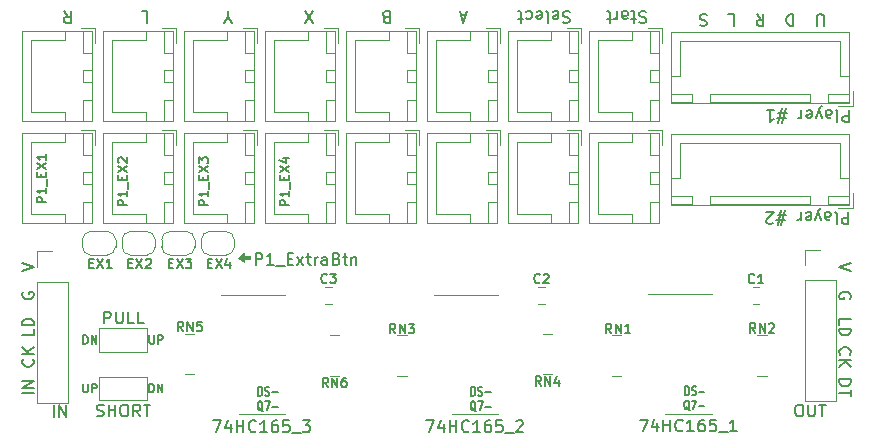
<source format=gbr>
%TF.GenerationSoftware,KiCad,Pcbnew,(6.0.2)*%
%TF.CreationDate,2022-04-10T13:38:05+09:00*%
%TF.ProjectId,joystick-input,6a6f7973-7469-4636-9b2d-696e7075742e,rev?*%
%TF.SameCoordinates,Original*%
%TF.FileFunction,Legend,Top*%
%TF.FilePolarity,Positive*%
%FSLAX46Y46*%
G04 Gerber Fmt 4.6, Leading zero omitted, Abs format (unit mm)*
G04 Created by KiCad (PCBNEW (6.0.2)) date 2022-04-10 13:38:05*
%MOMM*%
%LPD*%
G01*
G04 APERTURE LIST*
%ADD10C,0.150000*%
%ADD11C,0.100000*%
%ADD12C,0.200000*%
%ADD13C,0.120000*%
G04 APERTURE END LIST*
D10*
X116947904Y-76695047D02*
X116147904Y-76695047D01*
X116147904Y-76390285D01*
X116186000Y-76314095D01*
X116224095Y-76276000D01*
X116300285Y-76237904D01*
X116414571Y-76237904D01*
X116490761Y-76276000D01*
X116528857Y-76314095D01*
X116566952Y-76390285D01*
X116566952Y-76695047D01*
X116947904Y-75476000D02*
X116947904Y-75933142D01*
X116947904Y-75704571D02*
X116147904Y-75704571D01*
X116262190Y-75780761D01*
X116338380Y-75856952D01*
X116376476Y-75933142D01*
X117024095Y-75323619D02*
X117024095Y-74714095D01*
X116528857Y-74523619D02*
X116528857Y-74256952D01*
X116947904Y-74142666D02*
X116947904Y-74523619D01*
X116147904Y-74523619D01*
X116147904Y-74142666D01*
X116147904Y-73876000D02*
X116947904Y-73342666D01*
X116147904Y-73342666D02*
X116947904Y-73876000D01*
X116414571Y-72695047D02*
X116947904Y-72695047D01*
X116109809Y-72885523D02*
X116681238Y-73076000D01*
X116681238Y-72580761D01*
X110089904Y-76695047D02*
X109289904Y-76695047D01*
X109289904Y-76390285D01*
X109328000Y-76314095D01*
X109366095Y-76276000D01*
X109442285Y-76237904D01*
X109556571Y-76237904D01*
X109632761Y-76276000D01*
X109670857Y-76314095D01*
X109708952Y-76390285D01*
X109708952Y-76695047D01*
X110089904Y-75476000D02*
X110089904Y-75933142D01*
X110089904Y-75704571D02*
X109289904Y-75704571D01*
X109404190Y-75780761D01*
X109480380Y-75856952D01*
X109518476Y-75933142D01*
X110166095Y-75323619D02*
X110166095Y-74714095D01*
X109670857Y-74523619D02*
X109670857Y-74256952D01*
X110089904Y-74142666D02*
X110089904Y-74523619D01*
X109289904Y-74523619D01*
X109289904Y-74142666D01*
X109289904Y-73876000D02*
X110089904Y-73342666D01*
X109289904Y-73342666D02*
X110089904Y-73876000D01*
X109289904Y-73114095D02*
X109289904Y-72618857D01*
X109594666Y-72885523D01*
X109594666Y-72771238D01*
X109632761Y-72695047D01*
X109670857Y-72656952D01*
X109747047Y-72618857D01*
X109937523Y-72618857D01*
X110013714Y-72656952D01*
X110051809Y-72695047D01*
X110089904Y-72771238D01*
X110089904Y-72999809D01*
X110051809Y-73076000D01*
X110013714Y-73114095D01*
X103231904Y-76695047D02*
X102431904Y-76695047D01*
X102431904Y-76390285D01*
X102470000Y-76314095D01*
X102508095Y-76276000D01*
X102584285Y-76237904D01*
X102698571Y-76237904D01*
X102774761Y-76276000D01*
X102812857Y-76314095D01*
X102850952Y-76390285D01*
X102850952Y-76695047D01*
X103231904Y-75476000D02*
X103231904Y-75933142D01*
X103231904Y-75704571D02*
X102431904Y-75704571D01*
X102546190Y-75780761D01*
X102622380Y-75856952D01*
X102660476Y-75933142D01*
X103308095Y-75323619D02*
X103308095Y-74714095D01*
X102812857Y-74523619D02*
X102812857Y-74256952D01*
X103231904Y-74142666D02*
X103231904Y-74523619D01*
X102431904Y-74523619D01*
X102431904Y-74142666D01*
X102431904Y-73876000D02*
X103231904Y-73342666D01*
X102431904Y-73342666D02*
X103231904Y-73876000D01*
X102508095Y-73076000D02*
X102470000Y-73037904D01*
X102431904Y-72961714D01*
X102431904Y-72771238D01*
X102470000Y-72695047D01*
X102508095Y-72656952D01*
X102584285Y-72618857D01*
X102660476Y-72618857D01*
X102774761Y-72656952D01*
X103231904Y-73114095D01*
X103231904Y-72618857D01*
X96373904Y-76441047D02*
X95573904Y-76441047D01*
X95573904Y-76136285D01*
X95612000Y-76060095D01*
X95650095Y-76022000D01*
X95726285Y-75983904D01*
X95840571Y-75983904D01*
X95916761Y-76022000D01*
X95954857Y-76060095D01*
X95992952Y-76136285D01*
X95992952Y-76441047D01*
X96373904Y-75222000D02*
X96373904Y-75679142D01*
X96373904Y-75450571D02*
X95573904Y-75450571D01*
X95688190Y-75526761D01*
X95764380Y-75602952D01*
X95802476Y-75679142D01*
X96450095Y-75069619D02*
X96450095Y-74460095D01*
X95954857Y-74269619D02*
X95954857Y-74002952D01*
X96373904Y-73888666D02*
X96373904Y-74269619D01*
X95573904Y-74269619D01*
X95573904Y-73888666D01*
X95573904Y-73622000D02*
X96373904Y-73088666D01*
X95573904Y-73088666D02*
X96373904Y-73622000D01*
X96373904Y-72364857D02*
X96373904Y-72822000D01*
X96373904Y-72593428D02*
X95573904Y-72593428D01*
X95688190Y-72669619D01*
X95764380Y-72745809D01*
X95802476Y-72822000D01*
X150467571Y-92763035D02*
X150467571Y-92013035D01*
X150610428Y-92013035D01*
X150696142Y-92048750D01*
X150753285Y-92120178D01*
X150781857Y-92191607D01*
X150810428Y-92334464D01*
X150810428Y-92441607D01*
X150781857Y-92584464D01*
X150753285Y-92655892D01*
X150696142Y-92727321D01*
X150610428Y-92763035D01*
X150467571Y-92763035D01*
X151039000Y-92727321D02*
X151124714Y-92763035D01*
X151267571Y-92763035D01*
X151324714Y-92727321D01*
X151353285Y-92691607D01*
X151381857Y-92620178D01*
X151381857Y-92548750D01*
X151353285Y-92477321D01*
X151324714Y-92441607D01*
X151267571Y-92405892D01*
X151153285Y-92370178D01*
X151096142Y-92334464D01*
X151067571Y-92298750D01*
X151039000Y-92227321D01*
X151039000Y-92155892D01*
X151067571Y-92084464D01*
X151096142Y-92048750D01*
X151153285Y-92013035D01*
X151296142Y-92013035D01*
X151381857Y-92048750D01*
X151639000Y-92477321D02*
X152096142Y-92477321D01*
X150839000Y-94041964D02*
X150781857Y-94006250D01*
X150724714Y-93934821D01*
X150639000Y-93827678D01*
X150581857Y-93791964D01*
X150524714Y-93791964D01*
X150553285Y-93970535D02*
X150496142Y-93934821D01*
X150439000Y-93863392D01*
X150410428Y-93720535D01*
X150410428Y-93470535D01*
X150439000Y-93327678D01*
X150496142Y-93256250D01*
X150553285Y-93220535D01*
X150667571Y-93220535D01*
X150724714Y-93256250D01*
X150781857Y-93327678D01*
X150810428Y-93470535D01*
X150810428Y-93720535D01*
X150781857Y-93863392D01*
X150724714Y-93934821D01*
X150667571Y-93970535D01*
X150553285Y-93970535D01*
X151010428Y-93220535D02*
X151410428Y-93220535D01*
X151153285Y-93970535D01*
X151639000Y-93684821D02*
X152096142Y-93684821D01*
X114336071Y-92826535D02*
X114336071Y-92076535D01*
X114478928Y-92076535D01*
X114564642Y-92112250D01*
X114621785Y-92183678D01*
X114650357Y-92255107D01*
X114678928Y-92397964D01*
X114678928Y-92505107D01*
X114650357Y-92647964D01*
X114621785Y-92719392D01*
X114564642Y-92790821D01*
X114478928Y-92826535D01*
X114336071Y-92826535D01*
X114907500Y-92790821D02*
X114993214Y-92826535D01*
X115136071Y-92826535D01*
X115193214Y-92790821D01*
X115221785Y-92755107D01*
X115250357Y-92683678D01*
X115250357Y-92612250D01*
X115221785Y-92540821D01*
X115193214Y-92505107D01*
X115136071Y-92469392D01*
X115021785Y-92433678D01*
X114964642Y-92397964D01*
X114936071Y-92362250D01*
X114907500Y-92290821D01*
X114907500Y-92219392D01*
X114936071Y-92147964D01*
X114964642Y-92112250D01*
X115021785Y-92076535D01*
X115164642Y-92076535D01*
X115250357Y-92112250D01*
X115507500Y-92540821D02*
X115964642Y-92540821D01*
X114707500Y-94105464D02*
X114650357Y-94069750D01*
X114593214Y-93998321D01*
X114507500Y-93891178D01*
X114450357Y-93855464D01*
X114393214Y-93855464D01*
X114421785Y-94034035D02*
X114364642Y-93998321D01*
X114307500Y-93926892D01*
X114278928Y-93784035D01*
X114278928Y-93534035D01*
X114307500Y-93391178D01*
X114364642Y-93319750D01*
X114421785Y-93284035D01*
X114536071Y-93284035D01*
X114593214Y-93319750D01*
X114650357Y-93391178D01*
X114678928Y-93534035D01*
X114678928Y-93784035D01*
X114650357Y-93926892D01*
X114593214Y-93998321D01*
X114536071Y-94034035D01*
X114421785Y-94034035D01*
X114878928Y-93284035D02*
X115278928Y-93284035D01*
X115021785Y-94034035D01*
X115507500Y-93748321D02*
X115964642Y-93748321D01*
X132370071Y-92826535D02*
X132370071Y-92076535D01*
X132512928Y-92076535D01*
X132598642Y-92112250D01*
X132655785Y-92183678D01*
X132684357Y-92255107D01*
X132712928Y-92397964D01*
X132712928Y-92505107D01*
X132684357Y-92647964D01*
X132655785Y-92719392D01*
X132598642Y-92790821D01*
X132512928Y-92826535D01*
X132370071Y-92826535D01*
X132941500Y-92790821D02*
X133027214Y-92826535D01*
X133170071Y-92826535D01*
X133227214Y-92790821D01*
X133255785Y-92755107D01*
X133284357Y-92683678D01*
X133284357Y-92612250D01*
X133255785Y-92540821D01*
X133227214Y-92505107D01*
X133170071Y-92469392D01*
X133055785Y-92433678D01*
X132998642Y-92397964D01*
X132970071Y-92362250D01*
X132941500Y-92290821D01*
X132941500Y-92219392D01*
X132970071Y-92147964D01*
X132998642Y-92112250D01*
X133055785Y-92076535D01*
X133198642Y-92076535D01*
X133284357Y-92112250D01*
X133541500Y-92540821D02*
X133998642Y-92540821D01*
X132741500Y-94105464D02*
X132684357Y-94069750D01*
X132627214Y-93998321D01*
X132541500Y-93891178D01*
X132484357Y-93855464D01*
X132427214Y-93855464D01*
X132455785Y-94034035D02*
X132398642Y-93998321D01*
X132341500Y-93926892D01*
X132312928Y-93784035D01*
X132312928Y-93534035D01*
X132341500Y-93391178D01*
X132398642Y-93319750D01*
X132455785Y-93284035D01*
X132570071Y-93284035D01*
X132627214Y-93319750D01*
X132684357Y-93391178D01*
X132712928Y-93534035D01*
X132712928Y-93784035D01*
X132684357Y-93926892D01*
X132627214Y-93998321D01*
X132570071Y-94034035D01*
X132455785Y-94034035D01*
X132912928Y-93284035D02*
X133312928Y-93284035D01*
X133055785Y-94034035D01*
X133541500Y-93748321D02*
X133998642Y-93748321D01*
X97012190Y-94622880D02*
X97012190Y-93622880D01*
X97488380Y-94622880D02*
X97488380Y-93622880D01*
X98059809Y-94622880D01*
X98059809Y-93622880D01*
X160036000Y-93559380D02*
X160226476Y-93559380D01*
X160321714Y-93607000D01*
X160416952Y-93702238D01*
X160464571Y-93892714D01*
X160464571Y-94226047D01*
X160416952Y-94416523D01*
X160321714Y-94511761D01*
X160226476Y-94559380D01*
X160036000Y-94559380D01*
X159940761Y-94511761D01*
X159845523Y-94416523D01*
X159797904Y-94226047D01*
X159797904Y-93892714D01*
X159845523Y-93702238D01*
X159940761Y-93607000D01*
X160036000Y-93559380D01*
X160893142Y-93559380D02*
X160893142Y-94368904D01*
X160940761Y-94464142D01*
X160988380Y-94511761D01*
X161083619Y-94559380D01*
X161274095Y-94559380D01*
X161369333Y-94511761D01*
X161416952Y-94464142D01*
X161464571Y-94368904D01*
X161464571Y-93559380D01*
X161797904Y-93559380D02*
X162369333Y-93559380D01*
X162083619Y-94559380D02*
X162083619Y-93559380D01*
X164457000Y-84589904D02*
X164504619Y-84494666D01*
X164504619Y-84351809D01*
X164457000Y-84208952D01*
X164361761Y-84113714D01*
X164266523Y-84066095D01*
X164076047Y-84018476D01*
X163933190Y-84018476D01*
X163742714Y-84066095D01*
X163647476Y-84113714D01*
X163552238Y-84208952D01*
X163504619Y-84351809D01*
X163504619Y-84447047D01*
X163552238Y-84589904D01*
X163599857Y-84637523D01*
X163933190Y-84637523D01*
X163933190Y-84447047D01*
X163504619Y-86804523D02*
X163504619Y-86328333D01*
X164504619Y-86328333D01*
X163504619Y-87137857D02*
X164504619Y-87137857D01*
X164504619Y-87375952D01*
X164457000Y-87518809D01*
X164361761Y-87614047D01*
X164266523Y-87661666D01*
X164076047Y-87709285D01*
X163933190Y-87709285D01*
X163742714Y-87661666D01*
X163647476Y-87614047D01*
X163552238Y-87518809D01*
X163504619Y-87375952D01*
X163504619Y-87137857D01*
X164504619Y-81581666D02*
X163504619Y-81915000D01*
X164504619Y-82248333D01*
X163599857Y-89344523D02*
X163552238Y-89296904D01*
X163504619Y-89154047D01*
X163504619Y-89058809D01*
X163552238Y-88915952D01*
X163647476Y-88820714D01*
X163742714Y-88773095D01*
X163933190Y-88725476D01*
X164076047Y-88725476D01*
X164266523Y-88773095D01*
X164361761Y-88820714D01*
X164457000Y-88915952D01*
X164504619Y-89058809D01*
X164504619Y-89154047D01*
X164457000Y-89296904D01*
X164409380Y-89344523D01*
X163504619Y-89773095D02*
X164504619Y-89773095D01*
X163504619Y-90344523D02*
X164076047Y-89915952D01*
X164504619Y-90344523D02*
X163933190Y-89773095D01*
X163504619Y-91432142D02*
X164504619Y-91432142D01*
X164504619Y-91670238D01*
X164457000Y-91813095D01*
X164361761Y-91908333D01*
X164266523Y-91955952D01*
X164076047Y-92003571D01*
X163933190Y-92003571D01*
X163742714Y-91955952D01*
X163647476Y-91908333D01*
X163552238Y-91813095D01*
X163504619Y-91670238D01*
X163504619Y-91432142D01*
X164504619Y-92289285D02*
X164504619Y-92860714D01*
X163504619Y-92575000D02*
X164504619Y-92575000D01*
X94321380Y-82248333D02*
X95321380Y-81915000D01*
X94321380Y-81581666D01*
X94369000Y-84066095D02*
X94321380Y-84161333D01*
X94321380Y-84304190D01*
X94369000Y-84447047D01*
X94464238Y-84542285D01*
X94559476Y-84589904D01*
X94749952Y-84637523D01*
X94892809Y-84637523D01*
X95083285Y-84589904D01*
X95178523Y-84542285D01*
X95273761Y-84447047D01*
X95321380Y-84304190D01*
X95321380Y-84208952D01*
X95273761Y-84066095D01*
X95226142Y-84018476D01*
X94892809Y-84018476D01*
X94892809Y-84208952D01*
X95321380Y-87185476D02*
X95321380Y-87661666D01*
X94321380Y-87661666D01*
X95321380Y-86852142D02*
X94321380Y-86852142D01*
X94321380Y-86614047D01*
X94369000Y-86471190D01*
X94464238Y-86375952D01*
X94559476Y-86328333D01*
X94749952Y-86280714D01*
X94892809Y-86280714D01*
X95083285Y-86328333D01*
X95178523Y-86375952D01*
X95273761Y-86471190D01*
X95321380Y-86614047D01*
X95321380Y-86852142D01*
X95226142Y-89725476D02*
X95273761Y-89773095D01*
X95321380Y-89915952D01*
X95321380Y-90011190D01*
X95273761Y-90154047D01*
X95178523Y-90249285D01*
X95083285Y-90296904D01*
X94892809Y-90344523D01*
X94749952Y-90344523D01*
X94559476Y-90296904D01*
X94464238Y-90249285D01*
X94369000Y-90154047D01*
X94321380Y-90011190D01*
X94321380Y-89915952D01*
X94369000Y-89773095D01*
X94416619Y-89725476D01*
X95321380Y-89296904D02*
X94321380Y-89296904D01*
X95321380Y-88725476D02*
X94749952Y-89154047D01*
X94321380Y-88725476D02*
X94892809Y-89296904D01*
X95321380Y-92598809D02*
X94321380Y-92598809D01*
X95321380Y-92122619D02*
X94321380Y-92122619D01*
X95321380Y-91551190D01*
X94321380Y-91551190D01*
D11*
X113157000Y-81026000D02*
X113665000Y-81026000D01*
X113665000Y-81026000D02*
X113665000Y-81280000D01*
X113665000Y-81280000D02*
X113157000Y-81280000D01*
X113157000Y-81280000D02*
X113157000Y-81534000D01*
X113157000Y-81534000D02*
X112649000Y-81153000D01*
X112649000Y-81153000D02*
X113157000Y-80772000D01*
X113157000Y-80772000D02*
X113157000Y-81026000D01*
G36*
X113157000Y-81026000D02*
G01*
X113665000Y-81026000D01*
X113665000Y-81280000D01*
X113157000Y-81280000D01*
X113157000Y-81534000D01*
X112649000Y-81153000D01*
X113157000Y-80772000D01*
X113157000Y-81026000D01*
G37*
X113157000Y-81026000D02*
X113665000Y-81026000D01*
X113665000Y-81280000D01*
X113157000Y-81280000D01*
X113157000Y-81534000D01*
X112649000Y-81153000D01*
X113157000Y-80772000D01*
X113157000Y-81026000D01*
D10*
X114102095Y-81732380D02*
X114102095Y-80732380D01*
X114483047Y-80732380D01*
X114578285Y-80780000D01*
X114625904Y-80827619D01*
X114673523Y-80922857D01*
X114673523Y-81065714D01*
X114625904Y-81160952D01*
X114578285Y-81208571D01*
X114483047Y-81256190D01*
X114102095Y-81256190D01*
X115625904Y-81732380D02*
X115054476Y-81732380D01*
X115340190Y-81732380D02*
X115340190Y-80732380D01*
X115244952Y-80875238D01*
X115149714Y-80970476D01*
X115054476Y-81018095D01*
X115816380Y-81827619D02*
X116578285Y-81827619D01*
X116816380Y-81208571D02*
X117149714Y-81208571D01*
X117292571Y-81732380D02*
X116816380Y-81732380D01*
X116816380Y-80732380D01*
X117292571Y-80732380D01*
X117625904Y-81732380D02*
X118149714Y-81065714D01*
X117625904Y-81065714D02*
X118149714Y-81732380D01*
X118387809Y-81065714D02*
X118768761Y-81065714D01*
X118530666Y-80732380D02*
X118530666Y-81589523D01*
X118578285Y-81684761D01*
X118673523Y-81732380D01*
X118768761Y-81732380D01*
X119102095Y-81732380D02*
X119102095Y-81065714D01*
X119102095Y-81256190D02*
X119149714Y-81160952D01*
X119197333Y-81113333D01*
X119292571Y-81065714D01*
X119387809Y-81065714D01*
X120149714Y-81732380D02*
X120149714Y-81208571D01*
X120102095Y-81113333D01*
X120006857Y-81065714D01*
X119816380Y-81065714D01*
X119721142Y-81113333D01*
X120149714Y-81684761D02*
X120054476Y-81732380D01*
X119816380Y-81732380D01*
X119721142Y-81684761D01*
X119673523Y-81589523D01*
X119673523Y-81494285D01*
X119721142Y-81399047D01*
X119816380Y-81351428D01*
X120054476Y-81351428D01*
X120149714Y-81303809D01*
X120959238Y-81208571D02*
X121102095Y-81256190D01*
X121149714Y-81303809D01*
X121197333Y-81399047D01*
X121197333Y-81541904D01*
X121149714Y-81637142D01*
X121102095Y-81684761D01*
X121006857Y-81732380D01*
X120625904Y-81732380D01*
X120625904Y-80732380D01*
X120959238Y-80732380D01*
X121054476Y-80780000D01*
X121102095Y-80827619D01*
X121149714Y-80922857D01*
X121149714Y-81018095D01*
X121102095Y-81113333D01*
X121054476Y-81160952D01*
X120959238Y-81208571D01*
X120625904Y-81208571D01*
X121483047Y-81065714D02*
X121864000Y-81065714D01*
X121625904Y-80732380D02*
X121625904Y-81589523D01*
X121673523Y-81684761D01*
X121768761Y-81732380D01*
X121864000Y-81732380D01*
X122197333Y-81065714D02*
X122197333Y-81732380D01*
X122197333Y-81160952D02*
X122244952Y-81113333D01*
X122340190Y-81065714D01*
X122483047Y-81065714D01*
X122578285Y-81113333D01*
X122625904Y-81208571D01*
X122625904Y-81732380D01*
X110064666Y-81603857D02*
X110331333Y-81603857D01*
X110445619Y-82022904D02*
X110064666Y-82022904D01*
X110064666Y-81222904D01*
X110445619Y-81222904D01*
X110712285Y-81222904D02*
X111245619Y-82022904D01*
X111245619Y-81222904D02*
X110712285Y-82022904D01*
X111893238Y-81489571D02*
X111893238Y-82022904D01*
X111702761Y-81184809D02*
X111512285Y-81756238D01*
X112007523Y-81756238D01*
X106762666Y-81603857D02*
X107029333Y-81603857D01*
X107143619Y-82022904D02*
X106762666Y-82022904D01*
X106762666Y-81222904D01*
X107143619Y-81222904D01*
X107410285Y-81222904D02*
X107943619Y-82022904D01*
X107943619Y-81222904D02*
X107410285Y-82022904D01*
X108172190Y-81222904D02*
X108667428Y-81222904D01*
X108400761Y-81527666D01*
X108515047Y-81527666D01*
X108591238Y-81565761D01*
X108629333Y-81603857D01*
X108667428Y-81680047D01*
X108667428Y-81870523D01*
X108629333Y-81946714D01*
X108591238Y-81984809D01*
X108515047Y-82022904D01*
X108286476Y-82022904D01*
X108210285Y-81984809D01*
X108172190Y-81946714D01*
X103333666Y-81603857D02*
X103600333Y-81603857D01*
X103714619Y-82022904D02*
X103333666Y-82022904D01*
X103333666Y-81222904D01*
X103714619Y-81222904D01*
X103981285Y-81222904D02*
X104514619Y-82022904D01*
X104514619Y-81222904D02*
X103981285Y-82022904D01*
X104781285Y-81299095D02*
X104819380Y-81261000D01*
X104895571Y-81222904D01*
X105086047Y-81222904D01*
X105162238Y-81261000D01*
X105200333Y-81299095D01*
X105238428Y-81375285D01*
X105238428Y-81451476D01*
X105200333Y-81565761D01*
X104743190Y-82022904D01*
X105238428Y-82022904D01*
X100031666Y-81603857D02*
X100298333Y-81603857D01*
X100412619Y-82022904D02*
X100031666Y-82022904D01*
X100031666Y-81222904D01*
X100412619Y-81222904D01*
X100679285Y-81222904D02*
X101212619Y-82022904D01*
X101212619Y-81222904D02*
X100679285Y-82022904D01*
X101936428Y-82022904D02*
X101479285Y-82022904D01*
X101707857Y-82022904D02*
X101707857Y-81222904D01*
X101631666Y-81337190D01*
X101555476Y-81413380D01*
X101479285Y-81451476D01*
X101274761Y-86685380D02*
X101274761Y-85685380D01*
X101655714Y-85685380D01*
X101750952Y-85733000D01*
X101798571Y-85780619D01*
X101846190Y-85875857D01*
X101846190Y-86018714D01*
X101798571Y-86113952D01*
X101750952Y-86161571D01*
X101655714Y-86209190D01*
X101274761Y-86209190D01*
X102274761Y-85685380D02*
X102274761Y-86494904D01*
X102322380Y-86590142D01*
X102370000Y-86637761D01*
X102465238Y-86685380D01*
X102655714Y-86685380D01*
X102750952Y-86637761D01*
X102798571Y-86590142D01*
X102846190Y-86494904D01*
X102846190Y-85685380D01*
X103798571Y-86685380D02*
X103322380Y-86685380D01*
X103322380Y-85685380D01*
X104608095Y-86685380D02*
X104131904Y-86685380D01*
X104131904Y-85685380D01*
X100655714Y-94511761D02*
X100798571Y-94559380D01*
X101036666Y-94559380D01*
X101131904Y-94511761D01*
X101179523Y-94464142D01*
X101227142Y-94368904D01*
X101227142Y-94273666D01*
X101179523Y-94178428D01*
X101131904Y-94130809D01*
X101036666Y-94083190D01*
X100846190Y-94035571D01*
X100750952Y-93987952D01*
X100703333Y-93940333D01*
X100655714Y-93845095D01*
X100655714Y-93749857D01*
X100703333Y-93654619D01*
X100750952Y-93607000D01*
X100846190Y-93559380D01*
X101084285Y-93559380D01*
X101227142Y-93607000D01*
X101655714Y-94559380D02*
X101655714Y-93559380D01*
X101655714Y-94035571D02*
X102227142Y-94035571D01*
X102227142Y-94559380D02*
X102227142Y-93559380D01*
X102893809Y-93559380D02*
X103084285Y-93559380D01*
X103179523Y-93607000D01*
X103274761Y-93702238D01*
X103322380Y-93892714D01*
X103322380Y-94226047D01*
X103274761Y-94416523D01*
X103179523Y-94511761D01*
X103084285Y-94559380D01*
X102893809Y-94559380D01*
X102798571Y-94511761D01*
X102703333Y-94416523D01*
X102655714Y-94226047D01*
X102655714Y-93892714D01*
X102703333Y-93702238D01*
X102798571Y-93607000D01*
X102893809Y-93559380D01*
X104322380Y-94559380D02*
X103989047Y-94083190D01*
X103750952Y-94559380D02*
X103750952Y-93559380D01*
X104131904Y-93559380D01*
X104227142Y-93607000D01*
X104274761Y-93654619D01*
X104322380Y-93749857D01*
X104322380Y-93892714D01*
X104274761Y-93987952D01*
X104227142Y-94035571D01*
X104131904Y-94083190D01*
X103750952Y-94083190D01*
X104608095Y-93559380D02*
X105179523Y-93559380D01*
X104893809Y-94559380D02*
X104893809Y-93559380D01*
D12*
X164287404Y-77271619D02*
X164287404Y-78271619D01*
X163906452Y-78271619D01*
X163811214Y-78224000D01*
X163763595Y-78176380D01*
X163715976Y-78081142D01*
X163715976Y-77938285D01*
X163763595Y-77843047D01*
X163811214Y-77795428D01*
X163906452Y-77747809D01*
X164287404Y-77747809D01*
X163144547Y-77271619D02*
X163239785Y-77319238D01*
X163287404Y-77414476D01*
X163287404Y-78271619D01*
X162335023Y-77271619D02*
X162335023Y-77795428D01*
X162382642Y-77890666D01*
X162477880Y-77938285D01*
X162668357Y-77938285D01*
X162763595Y-77890666D01*
X162335023Y-77319238D02*
X162430261Y-77271619D01*
X162668357Y-77271619D01*
X162763595Y-77319238D01*
X162811214Y-77414476D01*
X162811214Y-77509714D01*
X162763595Y-77604952D01*
X162668357Y-77652571D01*
X162430261Y-77652571D01*
X162335023Y-77700190D01*
X161954071Y-77938285D02*
X161715976Y-77271619D01*
X161477880Y-77938285D02*
X161715976Y-77271619D01*
X161811214Y-77033523D01*
X161858833Y-76985904D01*
X161954071Y-76938285D01*
X160715976Y-77319238D02*
X160811214Y-77271619D01*
X161001690Y-77271619D01*
X161096928Y-77319238D01*
X161144547Y-77414476D01*
X161144547Y-77795428D01*
X161096928Y-77890666D01*
X161001690Y-77938285D01*
X160811214Y-77938285D01*
X160715976Y-77890666D01*
X160668357Y-77795428D01*
X160668357Y-77700190D01*
X161144547Y-77604952D01*
X160239785Y-77271619D02*
X160239785Y-77938285D01*
X160239785Y-77747809D02*
X160192166Y-77843047D01*
X160144547Y-77890666D01*
X160049309Y-77938285D01*
X159954071Y-77938285D01*
X158906452Y-77938285D02*
X158192166Y-77938285D01*
X158620738Y-78366857D02*
X158906452Y-77081142D01*
X158287404Y-77509714D02*
X159001690Y-77509714D01*
X158573119Y-77081142D02*
X158287404Y-78366857D01*
X157906452Y-78176380D02*
X157858833Y-78224000D01*
X157763595Y-78271619D01*
X157525500Y-78271619D01*
X157430261Y-78224000D01*
X157382642Y-78176380D01*
X157335023Y-78081142D01*
X157335023Y-77985904D01*
X157382642Y-77843047D01*
X157954071Y-77271619D01*
X157335023Y-77271619D01*
X164350904Y-68635619D02*
X164350904Y-69635619D01*
X163969952Y-69635619D01*
X163874714Y-69588000D01*
X163827095Y-69540380D01*
X163779476Y-69445142D01*
X163779476Y-69302285D01*
X163827095Y-69207047D01*
X163874714Y-69159428D01*
X163969952Y-69111809D01*
X164350904Y-69111809D01*
X163208047Y-68635619D02*
X163303285Y-68683238D01*
X163350904Y-68778476D01*
X163350904Y-69635619D01*
X162398523Y-68635619D02*
X162398523Y-69159428D01*
X162446142Y-69254666D01*
X162541380Y-69302285D01*
X162731857Y-69302285D01*
X162827095Y-69254666D01*
X162398523Y-68683238D02*
X162493761Y-68635619D01*
X162731857Y-68635619D01*
X162827095Y-68683238D01*
X162874714Y-68778476D01*
X162874714Y-68873714D01*
X162827095Y-68968952D01*
X162731857Y-69016571D01*
X162493761Y-69016571D01*
X162398523Y-69064190D01*
X162017571Y-69302285D02*
X161779476Y-68635619D01*
X161541380Y-69302285D02*
X161779476Y-68635619D01*
X161874714Y-68397523D01*
X161922333Y-68349904D01*
X162017571Y-68302285D01*
X160779476Y-68683238D02*
X160874714Y-68635619D01*
X161065190Y-68635619D01*
X161160428Y-68683238D01*
X161208047Y-68778476D01*
X161208047Y-69159428D01*
X161160428Y-69254666D01*
X161065190Y-69302285D01*
X160874714Y-69302285D01*
X160779476Y-69254666D01*
X160731857Y-69159428D01*
X160731857Y-69064190D01*
X161208047Y-68968952D01*
X160303285Y-68635619D02*
X160303285Y-69302285D01*
X160303285Y-69111809D02*
X160255666Y-69207047D01*
X160208047Y-69254666D01*
X160112809Y-69302285D01*
X160017571Y-69302285D01*
X158969952Y-69302285D02*
X158255666Y-69302285D01*
X158684238Y-69730857D02*
X158969952Y-68445142D01*
X158350904Y-68873714D02*
X159065190Y-68873714D01*
X158636619Y-68445142D02*
X158350904Y-69730857D01*
X157398523Y-68635619D02*
X157969952Y-68635619D01*
X157684238Y-68635619D02*
X157684238Y-69635619D01*
X157779476Y-69492761D01*
X157874714Y-69397523D01*
X157969952Y-69349904D01*
X97861476Y-60253619D02*
X98194809Y-60729809D01*
X98432904Y-60253619D02*
X98432904Y-61253619D01*
X98051952Y-61253619D01*
X97956714Y-61206000D01*
X97909095Y-61158380D01*
X97861476Y-61063142D01*
X97861476Y-60920285D01*
X97909095Y-60825047D01*
X97956714Y-60777428D01*
X98051952Y-60729809D01*
X98432904Y-60729809D01*
X104465476Y-60253619D02*
X104941666Y-60253619D01*
X104941666Y-61253619D01*
X111760000Y-60729809D02*
X111760000Y-60253619D01*
X112093333Y-61253619D02*
X111760000Y-60729809D01*
X111426666Y-61253619D01*
X118951333Y-61253619D02*
X118284666Y-60253619D01*
X118284666Y-61253619D02*
X118951333Y-60253619D01*
X125150571Y-60777428D02*
X125007714Y-60729809D01*
X124960095Y-60682190D01*
X124912476Y-60586952D01*
X124912476Y-60444095D01*
X124960095Y-60348857D01*
X125007714Y-60301238D01*
X125102952Y-60253619D01*
X125483904Y-60253619D01*
X125483904Y-61253619D01*
X125150571Y-61253619D01*
X125055333Y-61206000D01*
X125007714Y-61158380D01*
X124960095Y-61063142D01*
X124960095Y-60967904D01*
X125007714Y-60872666D01*
X125055333Y-60825047D01*
X125150571Y-60777428D01*
X125483904Y-60777428D01*
X131937095Y-60539333D02*
X131460904Y-60539333D01*
X132032333Y-60253619D02*
X131699000Y-61253619D01*
X131365666Y-60253619D01*
X140676047Y-60301238D02*
X140533190Y-60253619D01*
X140295095Y-60253619D01*
X140199857Y-60301238D01*
X140152238Y-60348857D01*
X140104619Y-60444095D01*
X140104619Y-60539333D01*
X140152238Y-60634571D01*
X140199857Y-60682190D01*
X140295095Y-60729809D01*
X140485571Y-60777428D01*
X140580809Y-60825047D01*
X140628428Y-60872666D01*
X140676047Y-60967904D01*
X140676047Y-61063142D01*
X140628428Y-61158380D01*
X140580809Y-61206000D01*
X140485571Y-61253619D01*
X140247476Y-61253619D01*
X140104619Y-61206000D01*
X139295095Y-60301238D02*
X139390333Y-60253619D01*
X139580809Y-60253619D01*
X139676047Y-60301238D01*
X139723666Y-60396476D01*
X139723666Y-60777428D01*
X139676047Y-60872666D01*
X139580809Y-60920285D01*
X139390333Y-60920285D01*
X139295095Y-60872666D01*
X139247476Y-60777428D01*
X139247476Y-60682190D01*
X139723666Y-60586952D01*
X138676047Y-60253619D02*
X138771285Y-60301238D01*
X138818904Y-60396476D01*
X138818904Y-61253619D01*
X137914142Y-60301238D02*
X138009380Y-60253619D01*
X138199857Y-60253619D01*
X138295095Y-60301238D01*
X138342714Y-60396476D01*
X138342714Y-60777428D01*
X138295095Y-60872666D01*
X138199857Y-60920285D01*
X138009380Y-60920285D01*
X137914142Y-60872666D01*
X137866523Y-60777428D01*
X137866523Y-60682190D01*
X138342714Y-60586952D01*
X137009380Y-60301238D02*
X137104619Y-60253619D01*
X137295095Y-60253619D01*
X137390333Y-60301238D01*
X137437952Y-60348857D01*
X137485571Y-60444095D01*
X137485571Y-60729809D01*
X137437952Y-60825047D01*
X137390333Y-60872666D01*
X137295095Y-60920285D01*
X137104619Y-60920285D01*
X137009380Y-60872666D01*
X136723666Y-60920285D02*
X136342714Y-60920285D01*
X136580809Y-61253619D02*
X136580809Y-60396476D01*
X136533190Y-60301238D01*
X136437952Y-60253619D01*
X136342714Y-60253619D01*
X147161047Y-60301238D02*
X147018190Y-60253619D01*
X146780095Y-60253619D01*
X146684857Y-60301238D01*
X146637238Y-60348857D01*
X146589619Y-60444095D01*
X146589619Y-60539333D01*
X146637238Y-60634571D01*
X146684857Y-60682190D01*
X146780095Y-60729809D01*
X146970571Y-60777428D01*
X147065809Y-60825047D01*
X147113428Y-60872666D01*
X147161047Y-60967904D01*
X147161047Y-61063142D01*
X147113428Y-61158380D01*
X147065809Y-61206000D01*
X146970571Y-61253619D01*
X146732476Y-61253619D01*
X146589619Y-61206000D01*
X146303904Y-60920285D02*
X145922952Y-60920285D01*
X146161047Y-61253619D02*
X146161047Y-60396476D01*
X146113428Y-60301238D01*
X146018190Y-60253619D01*
X145922952Y-60253619D01*
X145161047Y-60253619D02*
X145161047Y-60777428D01*
X145208666Y-60872666D01*
X145303904Y-60920285D01*
X145494380Y-60920285D01*
X145589619Y-60872666D01*
X145161047Y-60301238D02*
X145256285Y-60253619D01*
X145494380Y-60253619D01*
X145589619Y-60301238D01*
X145637238Y-60396476D01*
X145637238Y-60491714D01*
X145589619Y-60586952D01*
X145494380Y-60634571D01*
X145256285Y-60634571D01*
X145161047Y-60682190D01*
X144684857Y-60253619D02*
X144684857Y-60920285D01*
X144684857Y-60729809D02*
X144637238Y-60825047D01*
X144589619Y-60872666D01*
X144494380Y-60920285D01*
X144399142Y-60920285D01*
X144208666Y-60920285D02*
X143827714Y-60920285D01*
X144065809Y-61253619D02*
X144065809Y-60396476D01*
X144018190Y-60301238D01*
X143922952Y-60253619D01*
X143827714Y-60253619D01*
X162186285Y-61507619D02*
X162186285Y-60698095D01*
X162138666Y-60602857D01*
X162091047Y-60555238D01*
X161995809Y-60507619D01*
X161805333Y-60507619D01*
X161710095Y-60555238D01*
X161662476Y-60602857D01*
X161614857Y-60698095D01*
X161614857Y-61507619D01*
X159614857Y-60507619D02*
X159614857Y-61507619D01*
X159376761Y-61507619D01*
X159233904Y-61460000D01*
X159138666Y-61364761D01*
X159091047Y-61269523D01*
X159043428Y-61079047D01*
X159043428Y-60936190D01*
X159091047Y-60745714D01*
X159138666Y-60650476D01*
X159233904Y-60555238D01*
X159376761Y-60507619D01*
X159614857Y-60507619D01*
X156519619Y-60507619D02*
X156852952Y-60983809D01*
X157091047Y-60507619D02*
X157091047Y-61507619D01*
X156710095Y-61507619D01*
X156614857Y-61460000D01*
X156567238Y-61412380D01*
X156519619Y-61317142D01*
X156519619Y-61174285D01*
X156567238Y-61079047D01*
X156614857Y-61031428D01*
X156710095Y-60983809D01*
X157091047Y-60983809D01*
X154091047Y-60507619D02*
X154567238Y-60507619D01*
X154567238Y-61507619D01*
X152281523Y-60555238D02*
X152138666Y-60507619D01*
X151900571Y-60507619D01*
X151805333Y-60555238D01*
X151757714Y-60602857D01*
X151710095Y-60698095D01*
X151710095Y-60793333D01*
X151757714Y-60888571D01*
X151805333Y-60936190D01*
X151900571Y-60983809D01*
X152091047Y-61031428D01*
X152186285Y-61079047D01*
X152233904Y-61126666D01*
X152281523Y-61221904D01*
X152281523Y-61317142D01*
X152233904Y-61412380D01*
X152186285Y-61460000D01*
X152091047Y-61507619D01*
X151852952Y-61507619D01*
X151710095Y-61460000D01*
D10*
%TO.C,JP2*%
X99526000Y-91818666D02*
X99526000Y-92385333D01*
X99559333Y-92452000D01*
X99592666Y-92485333D01*
X99659333Y-92518666D01*
X99792666Y-92518666D01*
X99859333Y-92485333D01*
X99892666Y-92452000D01*
X99926000Y-92385333D01*
X99926000Y-91818666D01*
X100259333Y-92518666D02*
X100259333Y-91818666D01*
X100526000Y-91818666D01*
X100592666Y-91852000D01*
X100626000Y-91885333D01*
X100659333Y-91952000D01*
X100659333Y-92052000D01*
X100626000Y-92118666D01*
X100592666Y-92152000D01*
X100526000Y-92185333D01*
X100259333Y-92185333D01*
X105114000Y-92518666D02*
X105114000Y-91818666D01*
X105280666Y-91818666D01*
X105380666Y-91852000D01*
X105447333Y-91918666D01*
X105480666Y-91985333D01*
X105514000Y-92118666D01*
X105514000Y-92218666D01*
X105480666Y-92352000D01*
X105447333Y-92418666D01*
X105380666Y-92485333D01*
X105280666Y-92518666D01*
X105114000Y-92518666D01*
X105814000Y-92518666D02*
X105814000Y-91818666D01*
X106214000Y-92518666D01*
X106214000Y-91818666D01*
%TO.C,JP1*%
X99526000Y-88403866D02*
X99526000Y-87703866D01*
X99692666Y-87703866D01*
X99792666Y-87737200D01*
X99859333Y-87803866D01*
X99892666Y-87870533D01*
X99926000Y-88003866D01*
X99926000Y-88103866D01*
X99892666Y-88237200D01*
X99859333Y-88303866D01*
X99792666Y-88370533D01*
X99692666Y-88403866D01*
X99526000Y-88403866D01*
X100226000Y-88403866D02*
X100226000Y-87703866D01*
X100626000Y-88403866D01*
X100626000Y-87703866D01*
X105114000Y-87703866D02*
X105114000Y-88270533D01*
X105147333Y-88337200D01*
X105180666Y-88370533D01*
X105247333Y-88403866D01*
X105380666Y-88403866D01*
X105447333Y-88370533D01*
X105480666Y-88337200D01*
X105514000Y-88270533D01*
X105514000Y-87703866D01*
X105847333Y-88403866D02*
X105847333Y-87703866D01*
X106114000Y-87703866D01*
X106180666Y-87737200D01*
X106214000Y-87770533D01*
X106247333Y-87837200D01*
X106247333Y-87937200D01*
X106214000Y-88003866D01*
X106180666Y-88037200D01*
X106114000Y-88070533D01*
X105847333Y-88070533D01*
D12*
%TO.C,74HC165_1*%
X146629952Y-94829380D02*
X147296619Y-94829380D01*
X146868047Y-95829380D01*
X148106142Y-95162714D02*
X148106142Y-95829380D01*
X147868047Y-94781761D02*
X147629952Y-95496047D01*
X148249000Y-95496047D01*
X148629952Y-95829380D02*
X148629952Y-94829380D01*
X148629952Y-95305571D02*
X149201380Y-95305571D01*
X149201380Y-95829380D02*
X149201380Y-94829380D01*
X150249000Y-95734142D02*
X150201380Y-95781761D01*
X150058523Y-95829380D01*
X149963285Y-95829380D01*
X149820428Y-95781761D01*
X149725190Y-95686523D01*
X149677571Y-95591285D01*
X149629952Y-95400809D01*
X149629952Y-95257952D01*
X149677571Y-95067476D01*
X149725190Y-94972238D01*
X149820428Y-94877000D01*
X149963285Y-94829380D01*
X150058523Y-94829380D01*
X150201380Y-94877000D01*
X150249000Y-94924619D01*
X151201380Y-95829380D02*
X150629952Y-95829380D01*
X150915666Y-95829380D02*
X150915666Y-94829380D01*
X150820428Y-94972238D01*
X150725190Y-95067476D01*
X150629952Y-95115095D01*
X152058523Y-94829380D02*
X151868047Y-94829380D01*
X151772809Y-94877000D01*
X151725190Y-94924619D01*
X151629952Y-95067476D01*
X151582333Y-95257952D01*
X151582333Y-95638904D01*
X151629952Y-95734142D01*
X151677571Y-95781761D01*
X151772809Y-95829380D01*
X151963285Y-95829380D01*
X152058523Y-95781761D01*
X152106142Y-95734142D01*
X152153761Y-95638904D01*
X152153761Y-95400809D01*
X152106142Y-95305571D01*
X152058523Y-95257952D01*
X151963285Y-95210333D01*
X151772809Y-95210333D01*
X151677571Y-95257952D01*
X151629952Y-95305571D01*
X151582333Y-95400809D01*
X153058523Y-94829380D02*
X152582333Y-94829380D01*
X152534714Y-95305571D01*
X152582333Y-95257952D01*
X152677571Y-95210333D01*
X152915666Y-95210333D01*
X153010904Y-95257952D01*
X153058523Y-95305571D01*
X153106142Y-95400809D01*
X153106142Y-95638904D01*
X153058523Y-95734142D01*
X153010904Y-95781761D01*
X152915666Y-95829380D01*
X152677571Y-95829380D01*
X152582333Y-95781761D01*
X152534714Y-95734142D01*
X153296619Y-95924619D02*
X154058523Y-95924619D01*
X154820428Y-95829380D02*
X154249000Y-95829380D01*
X154534714Y-95829380D02*
X154534714Y-94829380D01*
X154439476Y-94972238D01*
X154344238Y-95067476D01*
X154249000Y-95115095D01*
D10*
%TO.C,C3*%
X120135666Y-83216714D02*
X120097571Y-83254809D01*
X119983285Y-83292904D01*
X119907095Y-83292904D01*
X119792809Y-83254809D01*
X119716619Y-83178619D01*
X119678523Y-83102428D01*
X119640428Y-82950047D01*
X119640428Y-82835761D01*
X119678523Y-82683380D01*
X119716619Y-82607190D01*
X119792809Y-82531000D01*
X119907095Y-82492904D01*
X119983285Y-82492904D01*
X120097571Y-82531000D01*
X120135666Y-82569095D01*
X120402333Y-82492904D02*
X120897571Y-82492904D01*
X120630904Y-82797666D01*
X120745190Y-82797666D01*
X120821380Y-82835761D01*
X120859476Y-82873857D01*
X120897571Y-82950047D01*
X120897571Y-83140523D01*
X120859476Y-83216714D01*
X120821380Y-83254809D01*
X120745190Y-83292904D01*
X120516619Y-83292904D01*
X120440428Y-83254809D01*
X120402333Y-83216714D01*
%TO.C,C2*%
X138169666Y-83216714D02*
X138131571Y-83254809D01*
X138017285Y-83292904D01*
X137941095Y-83292904D01*
X137826809Y-83254809D01*
X137750619Y-83178619D01*
X137712523Y-83102428D01*
X137674428Y-82950047D01*
X137674428Y-82835761D01*
X137712523Y-82683380D01*
X137750619Y-82607190D01*
X137826809Y-82531000D01*
X137941095Y-82492904D01*
X138017285Y-82492904D01*
X138131571Y-82531000D01*
X138169666Y-82569095D01*
X138474428Y-82569095D02*
X138512523Y-82531000D01*
X138588714Y-82492904D01*
X138779190Y-82492904D01*
X138855380Y-82531000D01*
X138893476Y-82569095D01*
X138931571Y-82645285D01*
X138931571Y-82721476D01*
X138893476Y-82835761D01*
X138436333Y-83292904D01*
X138931571Y-83292904D01*
%TO.C,C1*%
X156330666Y-83216714D02*
X156292571Y-83254809D01*
X156178285Y-83292904D01*
X156102095Y-83292904D01*
X155987809Y-83254809D01*
X155911619Y-83178619D01*
X155873523Y-83102428D01*
X155835428Y-82950047D01*
X155835428Y-82835761D01*
X155873523Y-82683380D01*
X155911619Y-82607190D01*
X155987809Y-82531000D01*
X156102095Y-82492904D01*
X156178285Y-82492904D01*
X156292571Y-82531000D01*
X156330666Y-82569095D01*
X157092571Y-83292904D02*
X156635428Y-83292904D01*
X156864000Y-83292904D02*
X156864000Y-82492904D01*
X156787809Y-82607190D01*
X156711619Y-82683380D01*
X156635428Y-82721476D01*
%TO.C,RN1*%
X144227619Y-87509304D02*
X143960952Y-87128352D01*
X143770476Y-87509304D02*
X143770476Y-86709304D01*
X144075238Y-86709304D01*
X144151428Y-86747400D01*
X144189523Y-86785495D01*
X144227619Y-86861685D01*
X144227619Y-86975971D01*
X144189523Y-87052161D01*
X144151428Y-87090257D01*
X144075238Y-87128352D01*
X143770476Y-87128352D01*
X144570476Y-87509304D02*
X144570476Y-86709304D01*
X145027619Y-87509304D01*
X145027619Y-86709304D01*
X145827619Y-87509304D02*
X145370476Y-87509304D01*
X145599047Y-87509304D02*
X145599047Y-86709304D01*
X145522857Y-86823590D01*
X145446666Y-86899780D01*
X145370476Y-86937876D01*
%TO.C,RN2*%
X156419619Y-87483904D02*
X156152952Y-87102952D01*
X155962476Y-87483904D02*
X155962476Y-86683904D01*
X156267238Y-86683904D01*
X156343428Y-86722000D01*
X156381523Y-86760095D01*
X156419619Y-86836285D01*
X156419619Y-86950571D01*
X156381523Y-87026761D01*
X156343428Y-87064857D01*
X156267238Y-87102952D01*
X155962476Y-87102952D01*
X156762476Y-87483904D02*
X156762476Y-86683904D01*
X157219619Y-87483904D01*
X157219619Y-86683904D01*
X157562476Y-86760095D02*
X157600571Y-86722000D01*
X157676761Y-86683904D01*
X157867238Y-86683904D01*
X157943428Y-86722000D01*
X157981523Y-86760095D01*
X158019619Y-86836285D01*
X158019619Y-86912476D01*
X157981523Y-87026761D01*
X157524380Y-87483904D01*
X158019619Y-87483904D01*
%TO.C,RN3*%
X125939619Y-87534704D02*
X125672952Y-87153752D01*
X125482476Y-87534704D02*
X125482476Y-86734704D01*
X125787238Y-86734704D01*
X125863428Y-86772800D01*
X125901523Y-86810895D01*
X125939619Y-86887085D01*
X125939619Y-87001371D01*
X125901523Y-87077561D01*
X125863428Y-87115657D01*
X125787238Y-87153752D01*
X125482476Y-87153752D01*
X126282476Y-87534704D02*
X126282476Y-86734704D01*
X126739619Y-87534704D01*
X126739619Y-86734704D01*
X127044380Y-86734704D02*
X127539619Y-86734704D01*
X127272952Y-87039466D01*
X127387238Y-87039466D01*
X127463428Y-87077561D01*
X127501523Y-87115657D01*
X127539619Y-87191847D01*
X127539619Y-87382323D01*
X127501523Y-87458514D01*
X127463428Y-87496609D01*
X127387238Y-87534704D01*
X127158666Y-87534704D01*
X127082476Y-87496609D01*
X127044380Y-87458514D01*
%TO.C,RN4*%
X138258619Y-91979704D02*
X137991952Y-91598752D01*
X137801476Y-91979704D02*
X137801476Y-91179704D01*
X138106238Y-91179704D01*
X138182428Y-91217800D01*
X138220523Y-91255895D01*
X138258619Y-91332085D01*
X138258619Y-91446371D01*
X138220523Y-91522561D01*
X138182428Y-91560657D01*
X138106238Y-91598752D01*
X137801476Y-91598752D01*
X138601476Y-91979704D02*
X138601476Y-91179704D01*
X139058619Y-91979704D01*
X139058619Y-91179704D01*
X139782428Y-91446371D02*
X139782428Y-91979704D01*
X139591952Y-91141609D02*
X139401476Y-91713038D01*
X139896714Y-91713038D01*
%TO.C,RN5*%
X107969119Y-87356904D02*
X107702452Y-86975952D01*
X107511976Y-87356904D02*
X107511976Y-86556904D01*
X107816738Y-86556904D01*
X107892928Y-86595000D01*
X107931023Y-86633095D01*
X107969119Y-86709285D01*
X107969119Y-86823571D01*
X107931023Y-86899761D01*
X107892928Y-86937857D01*
X107816738Y-86975952D01*
X107511976Y-86975952D01*
X108311976Y-87356904D02*
X108311976Y-86556904D01*
X108769119Y-87356904D01*
X108769119Y-86556904D01*
X109531023Y-86556904D02*
X109150071Y-86556904D01*
X109111976Y-86937857D01*
X109150071Y-86899761D01*
X109226261Y-86861666D01*
X109416738Y-86861666D01*
X109492928Y-86899761D01*
X109531023Y-86937857D01*
X109569119Y-87014047D01*
X109569119Y-87204523D01*
X109531023Y-87280714D01*
X109492928Y-87318809D01*
X109416738Y-87356904D01*
X109226261Y-87356904D01*
X109150071Y-87318809D01*
X109111976Y-87280714D01*
%TO.C,RN6*%
X120224619Y-92101624D02*
X119957952Y-91720672D01*
X119767476Y-92101624D02*
X119767476Y-91301624D01*
X120072238Y-91301624D01*
X120148428Y-91339720D01*
X120186523Y-91377815D01*
X120224619Y-91454005D01*
X120224619Y-91568291D01*
X120186523Y-91644481D01*
X120148428Y-91682577D01*
X120072238Y-91720672D01*
X119767476Y-91720672D01*
X120567476Y-92101624D02*
X120567476Y-91301624D01*
X121024619Y-92101624D01*
X121024619Y-91301624D01*
X121748428Y-91301624D02*
X121596047Y-91301624D01*
X121519857Y-91339720D01*
X121481761Y-91377815D01*
X121405571Y-91492100D01*
X121367476Y-91644481D01*
X121367476Y-91949243D01*
X121405571Y-92025434D01*
X121443666Y-92063529D01*
X121519857Y-92101624D01*
X121672238Y-92101624D01*
X121748428Y-92063529D01*
X121786523Y-92025434D01*
X121824619Y-91949243D01*
X121824619Y-91758767D01*
X121786523Y-91682577D01*
X121748428Y-91644481D01*
X121672238Y-91606386D01*
X121519857Y-91606386D01*
X121443666Y-91644481D01*
X121405571Y-91682577D01*
X121367476Y-91758767D01*
D12*
%TO.C,74HC165_3*%
X110498452Y-94892880D02*
X111165119Y-94892880D01*
X110736547Y-95892880D01*
X111974642Y-95226214D02*
X111974642Y-95892880D01*
X111736547Y-94845261D02*
X111498452Y-95559547D01*
X112117500Y-95559547D01*
X112498452Y-95892880D02*
X112498452Y-94892880D01*
X112498452Y-95369071D02*
X113069880Y-95369071D01*
X113069880Y-95892880D02*
X113069880Y-94892880D01*
X114117500Y-95797642D02*
X114069880Y-95845261D01*
X113927023Y-95892880D01*
X113831785Y-95892880D01*
X113688928Y-95845261D01*
X113593690Y-95750023D01*
X113546071Y-95654785D01*
X113498452Y-95464309D01*
X113498452Y-95321452D01*
X113546071Y-95130976D01*
X113593690Y-95035738D01*
X113688928Y-94940500D01*
X113831785Y-94892880D01*
X113927023Y-94892880D01*
X114069880Y-94940500D01*
X114117500Y-94988119D01*
X115069880Y-95892880D02*
X114498452Y-95892880D01*
X114784166Y-95892880D02*
X114784166Y-94892880D01*
X114688928Y-95035738D01*
X114593690Y-95130976D01*
X114498452Y-95178595D01*
X115927023Y-94892880D02*
X115736547Y-94892880D01*
X115641309Y-94940500D01*
X115593690Y-94988119D01*
X115498452Y-95130976D01*
X115450833Y-95321452D01*
X115450833Y-95702404D01*
X115498452Y-95797642D01*
X115546071Y-95845261D01*
X115641309Y-95892880D01*
X115831785Y-95892880D01*
X115927023Y-95845261D01*
X115974642Y-95797642D01*
X116022261Y-95702404D01*
X116022261Y-95464309D01*
X115974642Y-95369071D01*
X115927023Y-95321452D01*
X115831785Y-95273833D01*
X115641309Y-95273833D01*
X115546071Y-95321452D01*
X115498452Y-95369071D01*
X115450833Y-95464309D01*
X116927023Y-94892880D02*
X116450833Y-94892880D01*
X116403214Y-95369071D01*
X116450833Y-95321452D01*
X116546071Y-95273833D01*
X116784166Y-95273833D01*
X116879404Y-95321452D01*
X116927023Y-95369071D01*
X116974642Y-95464309D01*
X116974642Y-95702404D01*
X116927023Y-95797642D01*
X116879404Y-95845261D01*
X116784166Y-95892880D01*
X116546071Y-95892880D01*
X116450833Y-95845261D01*
X116403214Y-95797642D01*
X117165119Y-95988119D02*
X117927023Y-95988119D01*
X118069880Y-94892880D02*
X118688928Y-94892880D01*
X118355595Y-95273833D01*
X118498452Y-95273833D01*
X118593690Y-95321452D01*
X118641309Y-95369071D01*
X118688928Y-95464309D01*
X118688928Y-95702404D01*
X118641309Y-95797642D01*
X118593690Y-95845261D01*
X118498452Y-95892880D01*
X118212738Y-95892880D01*
X118117500Y-95845261D01*
X118069880Y-95797642D01*
%TO.C,74HC165_2*%
X128532452Y-94892880D02*
X129199119Y-94892880D01*
X128770547Y-95892880D01*
X130008642Y-95226214D02*
X130008642Y-95892880D01*
X129770547Y-94845261D02*
X129532452Y-95559547D01*
X130151500Y-95559547D01*
X130532452Y-95892880D02*
X130532452Y-94892880D01*
X130532452Y-95369071D02*
X131103880Y-95369071D01*
X131103880Y-95892880D02*
X131103880Y-94892880D01*
X132151500Y-95797642D02*
X132103880Y-95845261D01*
X131961023Y-95892880D01*
X131865785Y-95892880D01*
X131722928Y-95845261D01*
X131627690Y-95750023D01*
X131580071Y-95654785D01*
X131532452Y-95464309D01*
X131532452Y-95321452D01*
X131580071Y-95130976D01*
X131627690Y-95035738D01*
X131722928Y-94940500D01*
X131865785Y-94892880D01*
X131961023Y-94892880D01*
X132103880Y-94940500D01*
X132151500Y-94988119D01*
X133103880Y-95892880D02*
X132532452Y-95892880D01*
X132818166Y-95892880D02*
X132818166Y-94892880D01*
X132722928Y-95035738D01*
X132627690Y-95130976D01*
X132532452Y-95178595D01*
X133961023Y-94892880D02*
X133770547Y-94892880D01*
X133675309Y-94940500D01*
X133627690Y-94988119D01*
X133532452Y-95130976D01*
X133484833Y-95321452D01*
X133484833Y-95702404D01*
X133532452Y-95797642D01*
X133580071Y-95845261D01*
X133675309Y-95892880D01*
X133865785Y-95892880D01*
X133961023Y-95845261D01*
X134008642Y-95797642D01*
X134056261Y-95702404D01*
X134056261Y-95464309D01*
X134008642Y-95369071D01*
X133961023Y-95321452D01*
X133865785Y-95273833D01*
X133675309Y-95273833D01*
X133580071Y-95321452D01*
X133532452Y-95369071D01*
X133484833Y-95464309D01*
X134961023Y-94892880D02*
X134484833Y-94892880D01*
X134437214Y-95369071D01*
X134484833Y-95321452D01*
X134580071Y-95273833D01*
X134818166Y-95273833D01*
X134913404Y-95321452D01*
X134961023Y-95369071D01*
X135008642Y-95464309D01*
X135008642Y-95702404D01*
X134961023Y-95797642D01*
X134913404Y-95845261D01*
X134818166Y-95892880D01*
X134580071Y-95892880D01*
X134484833Y-95845261D01*
X134437214Y-95797642D01*
X135199119Y-95988119D02*
X135961023Y-95988119D01*
X136151500Y-94988119D02*
X136199119Y-94940500D01*
X136294357Y-94892880D01*
X136532452Y-94892880D01*
X136627690Y-94940500D01*
X136675309Y-94988119D01*
X136722928Y-95083357D01*
X136722928Y-95178595D01*
X136675309Y-95321452D01*
X136103880Y-95892880D01*
X136722928Y-95892880D01*
D13*
%TO.C,JP2*%
X104920000Y-93202000D02*
X100820000Y-93202000D01*
X100820000Y-93202000D02*
X100820000Y-91202000D01*
X100820000Y-91202000D02*
X104920000Y-91202000D01*
X104920000Y-91202000D02*
X104920000Y-93202000D01*
%TO.C,JP1*%
X104920000Y-89087200D02*
X100820000Y-89087200D01*
X100820000Y-89087200D02*
X100820000Y-87087200D01*
X100820000Y-87087200D02*
X104920000Y-87087200D01*
X104920000Y-87087200D02*
X104920000Y-89087200D01*
%TO.C,JP6*%
X111596400Y-80908400D02*
X110196400Y-80908400D01*
X110196400Y-78908400D02*
X111596400Y-78908400D01*
X109496400Y-80208400D02*
X109496400Y-79608400D01*
X112296400Y-79608400D02*
X112296400Y-80208400D01*
X110196400Y-78908400D02*
G75*
G03*
X109496400Y-79608400I-1J-699999D01*
G01*
X109496400Y-80208400D02*
G75*
G03*
X110196400Y-80908400I699999J-1D01*
G01*
X111596400Y-80908400D02*
G75*
G03*
X112296400Y-80208400I1J699999D01*
G01*
X112296400Y-79608400D02*
G75*
G03*
X111596400Y-78908400I-699999J1D01*
G01*
%TO.C,JP5*%
X108243600Y-80908400D02*
X106843600Y-80908400D01*
X106843600Y-78908400D02*
X108243600Y-78908400D01*
X106143600Y-80208400D02*
X106143600Y-79608400D01*
X108943600Y-79608400D02*
X108943600Y-80208400D01*
X106843600Y-78908400D02*
G75*
G03*
X106143600Y-79608400I-1J-699999D01*
G01*
X106143600Y-80208400D02*
G75*
G03*
X106843600Y-80908400I699999J-1D01*
G01*
X108243600Y-80908400D02*
G75*
G03*
X108943600Y-80208400I1J699999D01*
G01*
X108943600Y-79608400D02*
G75*
G03*
X108243600Y-78908400I-699999J1D01*
G01*
%TO.C,JP4*%
X104890800Y-80908400D02*
X103490800Y-80908400D01*
X103490800Y-78908400D02*
X104890800Y-78908400D01*
X102790800Y-80208400D02*
X102790800Y-79608400D01*
X105590800Y-79608400D02*
X105590800Y-80208400D01*
X103490800Y-78908400D02*
G75*
G03*
X102790800Y-79608400I-1J-699999D01*
G01*
X102790800Y-80208400D02*
G75*
G03*
X103490800Y-80908400I699999J-1D01*
G01*
X104890800Y-80908400D02*
G75*
G03*
X105590800Y-80208400I1J699999D01*
G01*
X105590800Y-79608400D02*
G75*
G03*
X104890800Y-78908400I-699999J1D01*
G01*
%TO.C,JP3*%
X101538000Y-80908400D02*
X100138000Y-80908400D01*
X100138000Y-78908400D02*
X101538000Y-78908400D01*
X99438000Y-80208400D02*
X99438000Y-79608400D01*
X102238000Y-79608400D02*
X102238000Y-80208400D01*
X100138000Y-78908400D02*
G75*
G03*
X99438000Y-79608400I-1J-699999D01*
G01*
X99438000Y-80208400D02*
G75*
G03*
X100138000Y-80908400I699999J-1D01*
G01*
X101538000Y-80908400D02*
G75*
G03*
X102238000Y-80208400I1J699999D01*
G01*
X102238000Y-79608400D02*
G75*
G03*
X101538000Y-78908400I-699999J1D01*
G01*
%TO.C,74HC165_1*%
X150749000Y-84221000D02*
X147299000Y-84221000D01*
X150749000Y-84221000D02*
X152699000Y-84221000D01*
X150749000Y-94341000D02*
X148799000Y-94341000D01*
X150749000Y-94341000D02*
X152699000Y-94341000D01*
%TO.C,J19*%
X100250000Y-61956000D02*
X94280000Y-61956000D01*
X94280000Y-61956000D02*
X94280000Y-69576000D01*
X94280000Y-69576000D02*
X100250000Y-69576000D01*
X100250000Y-69576000D02*
X100250000Y-61956000D01*
X100240000Y-65266000D02*
X99490000Y-65266000D01*
X99490000Y-65266000D02*
X99490000Y-66266000D01*
X99490000Y-66266000D02*
X100240000Y-66266000D01*
X100240000Y-66266000D02*
X100240000Y-65266000D01*
X100240000Y-61966000D02*
X99490000Y-61966000D01*
X99490000Y-61966000D02*
X99490000Y-63766000D01*
X99490000Y-63766000D02*
X100240000Y-63766000D01*
X100240000Y-63766000D02*
X100240000Y-61966000D01*
X100240000Y-67766000D02*
X99490000Y-67766000D01*
X99490000Y-67766000D02*
X99490000Y-69566000D01*
X99490000Y-69566000D02*
X100240000Y-69566000D01*
X100240000Y-69566000D02*
X100240000Y-67766000D01*
X97990000Y-61966000D02*
X97990000Y-62716000D01*
X97990000Y-62716000D02*
X95040000Y-62716000D01*
X95040000Y-62716000D02*
X95040000Y-65766000D01*
X97990000Y-69566000D02*
X97990000Y-68816000D01*
X97990000Y-68816000D02*
X95040000Y-68816000D01*
X95040000Y-68816000D02*
X95040000Y-65766000D01*
X100540000Y-62916000D02*
X100540000Y-61666000D01*
X100540000Y-61666000D02*
X99290000Y-61666000D01*
%TO.C,J18*%
X107108000Y-61956000D02*
X101138000Y-61956000D01*
X101138000Y-61956000D02*
X101138000Y-69576000D01*
X101138000Y-69576000D02*
X107108000Y-69576000D01*
X107108000Y-69576000D02*
X107108000Y-61956000D01*
X107098000Y-65266000D02*
X106348000Y-65266000D01*
X106348000Y-65266000D02*
X106348000Y-66266000D01*
X106348000Y-66266000D02*
X107098000Y-66266000D01*
X107098000Y-66266000D02*
X107098000Y-65266000D01*
X107098000Y-61966000D02*
X106348000Y-61966000D01*
X106348000Y-61966000D02*
X106348000Y-63766000D01*
X106348000Y-63766000D02*
X107098000Y-63766000D01*
X107098000Y-63766000D02*
X107098000Y-61966000D01*
X107098000Y-67766000D02*
X106348000Y-67766000D01*
X106348000Y-67766000D02*
X106348000Y-69566000D01*
X106348000Y-69566000D02*
X107098000Y-69566000D01*
X107098000Y-69566000D02*
X107098000Y-67766000D01*
X104848000Y-61966000D02*
X104848000Y-62716000D01*
X104848000Y-62716000D02*
X101898000Y-62716000D01*
X101898000Y-62716000D02*
X101898000Y-65766000D01*
X104848000Y-69566000D02*
X104848000Y-68816000D01*
X104848000Y-68816000D02*
X101898000Y-68816000D01*
X101898000Y-68816000D02*
X101898000Y-65766000D01*
X107398000Y-62916000D02*
X107398000Y-61666000D01*
X107398000Y-61666000D02*
X106148000Y-61666000D01*
%TO.C,J17*%
X113966000Y-61956000D02*
X107996000Y-61956000D01*
X107996000Y-61956000D02*
X107996000Y-69576000D01*
X107996000Y-69576000D02*
X113966000Y-69576000D01*
X113966000Y-69576000D02*
X113966000Y-61956000D01*
X113956000Y-65266000D02*
X113206000Y-65266000D01*
X113206000Y-65266000D02*
X113206000Y-66266000D01*
X113206000Y-66266000D02*
X113956000Y-66266000D01*
X113956000Y-66266000D02*
X113956000Y-65266000D01*
X113956000Y-61966000D02*
X113206000Y-61966000D01*
X113206000Y-61966000D02*
X113206000Y-63766000D01*
X113206000Y-63766000D02*
X113956000Y-63766000D01*
X113956000Y-63766000D02*
X113956000Y-61966000D01*
X113956000Y-67766000D02*
X113206000Y-67766000D01*
X113206000Y-67766000D02*
X113206000Y-69566000D01*
X113206000Y-69566000D02*
X113956000Y-69566000D01*
X113956000Y-69566000D02*
X113956000Y-67766000D01*
X111706000Y-61966000D02*
X111706000Y-62716000D01*
X111706000Y-62716000D02*
X108756000Y-62716000D01*
X108756000Y-62716000D02*
X108756000Y-65766000D01*
X111706000Y-69566000D02*
X111706000Y-68816000D01*
X111706000Y-68816000D02*
X108756000Y-68816000D01*
X108756000Y-68816000D02*
X108756000Y-65766000D01*
X114256000Y-62916000D02*
X114256000Y-61666000D01*
X114256000Y-61666000D02*
X113006000Y-61666000D01*
%TO.C,J16*%
X120824000Y-61956000D02*
X114854000Y-61956000D01*
X114854000Y-61956000D02*
X114854000Y-69576000D01*
X114854000Y-69576000D02*
X120824000Y-69576000D01*
X120824000Y-69576000D02*
X120824000Y-61956000D01*
X120814000Y-65266000D02*
X120064000Y-65266000D01*
X120064000Y-65266000D02*
X120064000Y-66266000D01*
X120064000Y-66266000D02*
X120814000Y-66266000D01*
X120814000Y-66266000D02*
X120814000Y-65266000D01*
X120814000Y-61966000D02*
X120064000Y-61966000D01*
X120064000Y-61966000D02*
X120064000Y-63766000D01*
X120064000Y-63766000D02*
X120814000Y-63766000D01*
X120814000Y-63766000D02*
X120814000Y-61966000D01*
X120814000Y-67766000D02*
X120064000Y-67766000D01*
X120064000Y-67766000D02*
X120064000Y-69566000D01*
X120064000Y-69566000D02*
X120814000Y-69566000D01*
X120814000Y-69566000D02*
X120814000Y-67766000D01*
X118564000Y-61966000D02*
X118564000Y-62716000D01*
X118564000Y-62716000D02*
X115614000Y-62716000D01*
X115614000Y-62716000D02*
X115614000Y-65766000D01*
X118564000Y-69566000D02*
X118564000Y-68816000D01*
X118564000Y-68816000D02*
X115614000Y-68816000D01*
X115614000Y-68816000D02*
X115614000Y-65766000D01*
X121114000Y-62916000D02*
X121114000Y-61666000D01*
X121114000Y-61666000D02*
X119864000Y-61666000D01*
%TO.C,J15*%
X127682000Y-61956000D02*
X121712000Y-61956000D01*
X121712000Y-61956000D02*
X121712000Y-69576000D01*
X121712000Y-69576000D02*
X127682000Y-69576000D01*
X127682000Y-69576000D02*
X127682000Y-61956000D01*
X127672000Y-65266000D02*
X126922000Y-65266000D01*
X126922000Y-65266000D02*
X126922000Y-66266000D01*
X126922000Y-66266000D02*
X127672000Y-66266000D01*
X127672000Y-66266000D02*
X127672000Y-65266000D01*
X127672000Y-61966000D02*
X126922000Y-61966000D01*
X126922000Y-61966000D02*
X126922000Y-63766000D01*
X126922000Y-63766000D02*
X127672000Y-63766000D01*
X127672000Y-63766000D02*
X127672000Y-61966000D01*
X127672000Y-67766000D02*
X126922000Y-67766000D01*
X126922000Y-67766000D02*
X126922000Y-69566000D01*
X126922000Y-69566000D02*
X127672000Y-69566000D01*
X127672000Y-69566000D02*
X127672000Y-67766000D01*
X125422000Y-61966000D02*
X125422000Y-62716000D01*
X125422000Y-62716000D02*
X122472000Y-62716000D01*
X122472000Y-62716000D02*
X122472000Y-65766000D01*
X125422000Y-69566000D02*
X125422000Y-68816000D01*
X125422000Y-68816000D02*
X122472000Y-68816000D01*
X122472000Y-68816000D02*
X122472000Y-65766000D01*
X127972000Y-62916000D02*
X127972000Y-61666000D01*
X127972000Y-61666000D02*
X126722000Y-61666000D01*
%TO.C,J14*%
X134540000Y-61956000D02*
X128570000Y-61956000D01*
X128570000Y-61956000D02*
X128570000Y-69576000D01*
X128570000Y-69576000D02*
X134540000Y-69576000D01*
X134540000Y-69576000D02*
X134540000Y-61956000D01*
X134530000Y-65266000D02*
X133780000Y-65266000D01*
X133780000Y-65266000D02*
X133780000Y-66266000D01*
X133780000Y-66266000D02*
X134530000Y-66266000D01*
X134530000Y-66266000D02*
X134530000Y-65266000D01*
X134530000Y-61966000D02*
X133780000Y-61966000D01*
X133780000Y-61966000D02*
X133780000Y-63766000D01*
X133780000Y-63766000D02*
X134530000Y-63766000D01*
X134530000Y-63766000D02*
X134530000Y-61966000D01*
X134530000Y-67766000D02*
X133780000Y-67766000D01*
X133780000Y-67766000D02*
X133780000Y-69566000D01*
X133780000Y-69566000D02*
X134530000Y-69566000D01*
X134530000Y-69566000D02*
X134530000Y-67766000D01*
X132280000Y-61966000D02*
X132280000Y-62716000D01*
X132280000Y-62716000D02*
X129330000Y-62716000D01*
X129330000Y-62716000D02*
X129330000Y-65766000D01*
X132280000Y-69566000D02*
X132280000Y-68816000D01*
X132280000Y-68816000D02*
X129330000Y-68816000D01*
X129330000Y-68816000D02*
X129330000Y-65766000D01*
X134830000Y-62916000D02*
X134830000Y-61666000D01*
X134830000Y-61666000D02*
X133580000Y-61666000D01*
%TO.C,J13*%
X141398000Y-61956000D02*
X135428000Y-61956000D01*
X135428000Y-61956000D02*
X135428000Y-69576000D01*
X135428000Y-69576000D02*
X141398000Y-69576000D01*
X141398000Y-69576000D02*
X141398000Y-61956000D01*
X141388000Y-65266000D02*
X140638000Y-65266000D01*
X140638000Y-65266000D02*
X140638000Y-66266000D01*
X140638000Y-66266000D02*
X141388000Y-66266000D01*
X141388000Y-66266000D02*
X141388000Y-65266000D01*
X141388000Y-61966000D02*
X140638000Y-61966000D01*
X140638000Y-61966000D02*
X140638000Y-63766000D01*
X140638000Y-63766000D02*
X141388000Y-63766000D01*
X141388000Y-63766000D02*
X141388000Y-61966000D01*
X141388000Y-67766000D02*
X140638000Y-67766000D01*
X140638000Y-67766000D02*
X140638000Y-69566000D01*
X140638000Y-69566000D02*
X141388000Y-69566000D01*
X141388000Y-69566000D02*
X141388000Y-67766000D01*
X139138000Y-61966000D02*
X139138000Y-62716000D01*
X139138000Y-62716000D02*
X136188000Y-62716000D01*
X136188000Y-62716000D02*
X136188000Y-65766000D01*
X139138000Y-69566000D02*
X139138000Y-68816000D01*
X139138000Y-68816000D02*
X136188000Y-68816000D01*
X136188000Y-68816000D02*
X136188000Y-65766000D01*
X141688000Y-62916000D02*
X141688000Y-61666000D01*
X141688000Y-61666000D02*
X140438000Y-61666000D01*
%TO.C,J29*%
X100250000Y-70592000D02*
X94280000Y-70592000D01*
X94280000Y-70592000D02*
X94280000Y-78212000D01*
X94280000Y-78212000D02*
X100250000Y-78212000D01*
X100250000Y-78212000D02*
X100250000Y-70592000D01*
X100240000Y-73902000D02*
X99490000Y-73902000D01*
X99490000Y-73902000D02*
X99490000Y-74902000D01*
X99490000Y-74902000D02*
X100240000Y-74902000D01*
X100240000Y-74902000D02*
X100240000Y-73902000D01*
X100240000Y-70602000D02*
X99490000Y-70602000D01*
X99490000Y-70602000D02*
X99490000Y-72402000D01*
X99490000Y-72402000D02*
X100240000Y-72402000D01*
X100240000Y-72402000D02*
X100240000Y-70602000D01*
X100240000Y-76402000D02*
X99490000Y-76402000D01*
X99490000Y-76402000D02*
X99490000Y-78202000D01*
X99490000Y-78202000D02*
X100240000Y-78202000D01*
X100240000Y-78202000D02*
X100240000Y-76402000D01*
X97990000Y-70602000D02*
X97990000Y-71352000D01*
X97990000Y-71352000D02*
X95040000Y-71352000D01*
X95040000Y-71352000D02*
X95040000Y-74402000D01*
X97990000Y-78202000D02*
X97990000Y-77452000D01*
X97990000Y-77452000D02*
X95040000Y-77452000D01*
X95040000Y-77452000D02*
X95040000Y-74402000D01*
X100540000Y-71552000D02*
X100540000Y-70302000D01*
X100540000Y-70302000D02*
X99290000Y-70302000D01*
%TO.C,J28*%
X107108000Y-70592000D02*
X101138000Y-70592000D01*
X101138000Y-70592000D02*
X101138000Y-78212000D01*
X101138000Y-78212000D02*
X107108000Y-78212000D01*
X107108000Y-78212000D02*
X107108000Y-70592000D01*
X107098000Y-73902000D02*
X106348000Y-73902000D01*
X106348000Y-73902000D02*
X106348000Y-74902000D01*
X106348000Y-74902000D02*
X107098000Y-74902000D01*
X107098000Y-74902000D02*
X107098000Y-73902000D01*
X107098000Y-70602000D02*
X106348000Y-70602000D01*
X106348000Y-70602000D02*
X106348000Y-72402000D01*
X106348000Y-72402000D02*
X107098000Y-72402000D01*
X107098000Y-72402000D02*
X107098000Y-70602000D01*
X107098000Y-76402000D02*
X106348000Y-76402000D01*
X106348000Y-76402000D02*
X106348000Y-78202000D01*
X106348000Y-78202000D02*
X107098000Y-78202000D01*
X107098000Y-78202000D02*
X107098000Y-76402000D01*
X104848000Y-70602000D02*
X104848000Y-71352000D01*
X104848000Y-71352000D02*
X101898000Y-71352000D01*
X101898000Y-71352000D02*
X101898000Y-74402000D01*
X104848000Y-78202000D02*
X104848000Y-77452000D01*
X104848000Y-77452000D02*
X101898000Y-77452000D01*
X101898000Y-77452000D02*
X101898000Y-74402000D01*
X107398000Y-71552000D02*
X107398000Y-70302000D01*
X107398000Y-70302000D02*
X106148000Y-70302000D01*
%TO.C,J27*%
X113966000Y-70592000D02*
X107996000Y-70592000D01*
X107996000Y-70592000D02*
X107996000Y-78212000D01*
X107996000Y-78212000D02*
X113966000Y-78212000D01*
X113966000Y-78212000D02*
X113966000Y-70592000D01*
X113956000Y-73902000D02*
X113206000Y-73902000D01*
X113206000Y-73902000D02*
X113206000Y-74902000D01*
X113206000Y-74902000D02*
X113956000Y-74902000D01*
X113956000Y-74902000D02*
X113956000Y-73902000D01*
X113956000Y-70602000D02*
X113206000Y-70602000D01*
X113206000Y-70602000D02*
X113206000Y-72402000D01*
X113206000Y-72402000D02*
X113956000Y-72402000D01*
X113956000Y-72402000D02*
X113956000Y-70602000D01*
X113956000Y-76402000D02*
X113206000Y-76402000D01*
X113206000Y-76402000D02*
X113206000Y-78202000D01*
X113206000Y-78202000D02*
X113956000Y-78202000D01*
X113956000Y-78202000D02*
X113956000Y-76402000D01*
X111706000Y-70602000D02*
X111706000Y-71352000D01*
X111706000Y-71352000D02*
X108756000Y-71352000D01*
X108756000Y-71352000D02*
X108756000Y-74402000D01*
X111706000Y-78202000D02*
X111706000Y-77452000D01*
X111706000Y-77452000D02*
X108756000Y-77452000D01*
X108756000Y-77452000D02*
X108756000Y-74402000D01*
X114256000Y-71552000D02*
X114256000Y-70302000D01*
X114256000Y-70302000D02*
X113006000Y-70302000D01*
%TO.C,J26*%
X120824000Y-70592000D02*
X114854000Y-70592000D01*
X114854000Y-70592000D02*
X114854000Y-78212000D01*
X114854000Y-78212000D02*
X120824000Y-78212000D01*
X120824000Y-78212000D02*
X120824000Y-70592000D01*
X120814000Y-73902000D02*
X120064000Y-73902000D01*
X120064000Y-73902000D02*
X120064000Y-74902000D01*
X120064000Y-74902000D02*
X120814000Y-74902000D01*
X120814000Y-74902000D02*
X120814000Y-73902000D01*
X120814000Y-70602000D02*
X120064000Y-70602000D01*
X120064000Y-70602000D02*
X120064000Y-72402000D01*
X120064000Y-72402000D02*
X120814000Y-72402000D01*
X120814000Y-72402000D02*
X120814000Y-70602000D01*
X120814000Y-76402000D02*
X120064000Y-76402000D01*
X120064000Y-76402000D02*
X120064000Y-78202000D01*
X120064000Y-78202000D02*
X120814000Y-78202000D01*
X120814000Y-78202000D02*
X120814000Y-76402000D01*
X118564000Y-70602000D02*
X118564000Y-71352000D01*
X118564000Y-71352000D02*
X115614000Y-71352000D01*
X115614000Y-71352000D02*
X115614000Y-74402000D01*
X118564000Y-78202000D02*
X118564000Y-77452000D01*
X118564000Y-77452000D02*
X115614000Y-77452000D01*
X115614000Y-77452000D02*
X115614000Y-74402000D01*
X121114000Y-71552000D02*
X121114000Y-70302000D01*
X121114000Y-70302000D02*
X119864000Y-70302000D01*
%TO.C,J25*%
X127682000Y-70592000D02*
X121712000Y-70592000D01*
X121712000Y-70592000D02*
X121712000Y-78212000D01*
X121712000Y-78212000D02*
X127682000Y-78212000D01*
X127682000Y-78212000D02*
X127682000Y-70592000D01*
X127672000Y-73902000D02*
X126922000Y-73902000D01*
X126922000Y-73902000D02*
X126922000Y-74902000D01*
X126922000Y-74902000D02*
X127672000Y-74902000D01*
X127672000Y-74902000D02*
X127672000Y-73902000D01*
X127672000Y-70602000D02*
X126922000Y-70602000D01*
X126922000Y-70602000D02*
X126922000Y-72402000D01*
X126922000Y-72402000D02*
X127672000Y-72402000D01*
X127672000Y-72402000D02*
X127672000Y-70602000D01*
X127672000Y-76402000D02*
X126922000Y-76402000D01*
X126922000Y-76402000D02*
X126922000Y-78202000D01*
X126922000Y-78202000D02*
X127672000Y-78202000D01*
X127672000Y-78202000D02*
X127672000Y-76402000D01*
X125422000Y-70602000D02*
X125422000Y-71352000D01*
X125422000Y-71352000D02*
X122472000Y-71352000D01*
X122472000Y-71352000D02*
X122472000Y-74402000D01*
X125422000Y-78202000D02*
X125422000Y-77452000D01*
X125422000Y-77452000D02*
X122472000Y-77452000D01*
X122472000Y-77452000D02*
X122472000Y-74402000D01*
X127972000Y-71552000D02*
X127972000Y-70302000D01*
X127972000Y-70302000D02*
X126722000Y-70302000D01*
%TO.C,J24*%
X134540000Y-70592000D02*
X128570000Y-70592000D01*
X128570000Y-70592000D02*
X128570000Y-78212000D01*
X128570000Y-78212000D02*
X134540000Y-78212000D01*
X134540000Y-78212000D02*
X134540000Y-70592000D01*
X134530000Y-73902000D02*
X133780000Y-73902000D01*
X133780000Y-73902000D02*
X133780000Y-74902000D01*
X133780000Y-74902000D02*
X134530000Y-74902000D01*
X134530000Y-74902000D02*
X134530000Y-73902000D01*
X134530000Y-70602000D02*
X133780000Y-70602000D01*
X133780000Y-70602000D02*
X133780000Y-72402000D01*
X133780000Y-72402000D02*
X134530000Y-72402000D01*
X134530000Y-72402000D02*
X134530000Y-70602000D01*
X134530000Y-76402000D02*
X133780000Y-76402000D01*
X133780000Y-76402000D02*
X133780000Y-78202000D01*
X133780000Y-78202000D02*
X134530000Y-78202000D01*
X134530000Y-78202000D02*
X134530000Y-76402000D01*
X132280000Y-70602000D02*
X132280000Y-71352000D01*
X132280000Y-71352000D02*
X129330000Y-71352000D01*
X129330000Y-71352000D02*
X129330000Y-74402000D01*
X132280000Y-78202000D02*
X132280000Y-77452000D01*
X132280000Y-77452000D02*
X129330000Y-77452000D01*
X129330000Y-77452000D02*
X129330000Y-74402000D01*
X134830000Y-71552000D02*
X134830000Y-70302000D01*
X134830000Y-70302000D02*
X133580000Y-70302000D01*
%TO.C,J23*%
X141398000Y-70592000D02*
X135428000Y-70592000D01*
X135428000Y-70592000D02*
X135428000Y-78212000D01*
X135428000Y-78212000D02*
X141398000Y-78212000D01*
X141398000Y-78212000D02*
X141398000Y-70592000D01*
X141388000Y-73902000D02*
X140638000Y-73902000D01*
X140638000Y-73902000D02*
X140638000Y-74902000D01*
X140638000Y-74902000D02*
X141388000Y-74902000D01*
X141388000Y-74902000D02*
X141388000Y-73902000D01*
X141388000Y-70602000D02*
X140638000Y-70602000D01*
X140638000Y-70602000D02*
X140638000Y-72402000D01*
X140638000Y-72402000D02*
X141388000Y-72402000D01*
X141388000Y-72402000D02*
X141388000Y-70602000D01*
X141388000Y-76402000D02*
X140638000Y-76402000D01*
X140638000Y-76402000D02*
X140638000Y-78202000D01*
X140638000Y-78202000D02*
X141388000Y-78202000D01*
X141388000Y-78202000D02*
X141388000Y-76402000D01*
X139138000Y-70602000D02*
X139138000Y-71352000D01*
X139138000Y-71352000D02*
X136188000Y-71352000D01*
X136188000Y-71352000D02*
X136188000Y-74402000D01*
X139138000Y-78202000D02*
X139138000Y-77452000D01*
X139138000Y-77452000D02*
X136188000Y-77452000D01*
X136188000Y-77452000D02*
X136188000Y-74402000D01*
X141688000Y-71552000D02*
X141688000Y-70302000D01*
X141688000Y-70302000D02*
X140438000Y-70302000D01*
%TO.C,J12*%
X148256000Y-61956000D02*
X142286000Y-61956000D01*
X142286000Y-61956000D02*
X142286000Y-69576000D01*
X142286000Y-69576000D02*
X148256000Y-69576000D01*
X148256000Y-69576000D02*
X148256000Y-61956000D01*
X148246000Y-65266000D02*
X147496000Y-65266000D01*
X147496000Y-65266000D02*
X147496000Y-66266000D01*
X147496000Y-66266000D02*
X148246000Y-66266000D01*
X148246000Y-66266000D02*
X148246000Y-65266000D01*
X148246000Y-61966000D02*
X147496000Y-61966000D01*
X147496000Y-61966000D02*
X147496000Y-63766000D01*
X147496000Y-63766000D02*
X148246000Y-63766000D01*
X148246000Y-63766000D02*
X148246000Y-61966000D01*
X148246000Y-67766000D02*
X147496000Y-67766000D01*
X147496000Y-67766000D02*
X147496000Y-69566000D01*
X147496000Y-69566000D02*
X148246000Y-69566000D01*
X148246000Y-69566000D02*
X148246000Y-67766000D01*
X145996000Y-61966000D02*
X145996000Y-62716000D01*
X145996000Y-62716000D02*
X143046000Y-62716000D01*
X143046000Y-62716000D02*
X143046000Y-65766000D01*
X145996000Y-69566000D02*
X145996000Y-68816000D01*
X145996000Y-68816000D02*
X143046000Y-68816000D01*
X143046000Y-68816000D02*
X143046000Y-65766000D01*
X148546000Y-62916000D02*
X148546000Y-61666000D01*
X148546000Y-61666000D02*
X147296000Y-61666000D01*
%TO.C,J11*%
X164358000Y-67992000D02*
X164358000Y-62022000D01*
X164358000Y-62022000D02*
X149238000Y-62022000D01*
X149238000Y-62022000D02*
X149238000Y-67992000D01*
X149238000Y-67992000D02*
X164358000Y-67992000D01*
X161048000Y-67982000D02*
X161048000Y-67232000D01*
X161048000Y-67232000D02*
X152548000Y-67232000D01*
X152548000Y-67232000D02*
X152548000Y-67982000D01*
X152548000Y-67982000D02*
X161048000Y-67982000D01*
X164348000Y-67982000D02*
X164348000Y-67232000D01*
X164348000Y-67232000D02*
X162548000Y-67232000D01*
X162548000Y-67232000D02*
X162548000Y-67982000D01*
X162548000Y-67982000D02*
X164348000Y-67982000D01*
X151048000Y-67982000D02*
X151048000Y-67232000D01*
X151048000Y-67232000D02*
X149248000Y-67232000D01*
X149248000Y-67232000D02*
X149248000Y-67982000D01*
X149248000Y-67982000D02*
X151048000Y-67982000D01*
X164348000Y-65732000D02*
X163598000Y-65732000D01*
X163598000Y-65732000D02*
X163598000Y-62782000D01*
X163598000Y-62782000D02*
X156798000Y-62782000D01*
X149248000Y-65732000D02*
X149998000Y-65732000D01*
X149998000Y-65732000D02*
X149998000Y-62782000D01*
X149998000Y-62782000D02*
X156798000Y-62782000D01*
X163398000Y-68282000D02*
X164648000Y-68282000D01*
X164648000Y-68282000D02*
X164648000Y-67032000D01*
%TO.C,J22*%
X148256000Y-70592000D02*
X142286000Y-70592000D01*
X142286000Y-70592000D02*
X142286000Y-78212000D01*
X142286000Y-78212000D02*
X148256000Y-78212000D01*
X148256000Y-78212000D02*
X148256000Y-70592000D01*
X148246000Y-73902000D02*
X147496000Y-73902000D01*
X147496000Y-73902000D02*
X147496000Y-74902000D01*
X147496000Y-74902000D02*
X148246000Y-74902000D01*
X148246000Y-74902000D02*
X148246000Y-73902000D01*
X148246000Y-70602000D02*
X147496000Y-70602000D01*
X147496000Y-70602000D02*
X147496000Y-72402000D01*
X147496000Y-72402000D02*
X148246000Y-72402000D01*
X148246000Y-72402000D02*
X148246000Y-70602000D01*
X148246000Y-76402000D02*
X147496000Y-76402000D01*
X147496000Y-76402000D02*
X147496000Y-78202000D01*
X147496000Y-78202000D02*
X148246000Y-78202000D01*
X148246000Y-78202000D02*
X148246000Y-76402000D01*
X145996000Y-70602000D02*
X145996000Y-71352000D01*
X145996000Y-71352000D02*
X143046000Y-71352000D01*
X143046000Y-71352000D02*
X143046000Y-74402000D01*
X145996000Y-78202000D02*
X145996000Y-77452000D01*
X145996000Y-77452000D02*
X143046000Y-77452000D01*
X143046000Y-77452000D02*
X143046000Y-74402000D01*
X148546000Y-71552000D02*
X148546000Y-70302000D01*
X148546000Y-70302000D02*
X147296000Y-70302000D01*
%TO.C,J21*%
X164358000Y-76628000D02*
X164358000Y-70658000D01*
X164358000Y-70658000D02*
X149238000Y-70658000D01*
X149238000Y-70658000D02*
X149238000Y-76628000D01*
X149238000Y-76628000D02*
X164358000Y-76628000D01*
X161048000Y-76618000D02*
X161048000Y-75868000D01*
X161048000Y-75868000D02*
X152548000Y-75868000D01*
X152548000Y-75868000D02*
X152548000Y-76618000D01*
X152548000Y-76618000D02*
X161048000Y-76618000D01*
X164348000Y-76618000D02*
X164348000Y-75868000D01*
X164348000Y-75868000D02*
X162548000Y-75868000D01*
X162548000Y-75868000D02*
X162548000Y-76618000D01*
X162548000Y-76618000D02*
X164348000Y-76618000D01*
X151048000Y-76618000D02*
X151048000Y-75868000D01*
X151048000Y-75868000D02*
X149248000Y-75868000D01*
X149248000Y-75868000D02*
X149248000Y-76618000D01*
X149248000Y-76618000D02*
X151048000Y-76618000D01*
X164348000Y-74368000D02*
X163598000Y-74368000D01*
X163598000Y-74368000D02*
X163598000Y-71418000D01*
X163598000Y-71418000D02*
X156798000Y-71418000D01*
X149248000Y-74368000D02*
X149998000Y-74368000D01*
X149998000Y-74368000D02*
X149998000Y-71418000D01*
X149998000Y-71418000D02*
X156798000Y-71418000D01*
X163398000Y-76918000D02*
X164648000Y-76918000D01*
X164648000Y-76918000D02*
X164648000Y-75668000D01*
%TO.C,C3*%
X120007748Y-83593000D02*
X120530252Y-83593000D01*
X120007748Y-85063000D02*
X120530252Y-85063000D01*
%TO.C,C2*%
X138041748Y-83593000D02*
X138564252Y-83593000D01*
X138041748Y-85063000D02*
X138564252Y-85063000D01*
%TO.C,C1*%
X156202748Y-83593000D02*
X156725252Y-83593000D01*
X156202748Y-85063000D02*
X156725252Y-85063000D01*
%TO.C,OUT1*%
X160595000Y-80458000D02*
X161925000Y-80458000D01*
X160595000Y-81788000D02*
X160595000Y-80458000D01*
X160595000Y-83058000D02*
X163255000Y-83058000D01*
X163255000Y-83058000D02*
X163255000Y-93278000D01*
X160595000Y-83058000D02*
X160595000Y-93278000D01*
X160595000Y-93278000D02*
X163255000Y-93278000D01*
%TO.C,IN1*%
X95571000Y-80585000D02*
X96901000Y-80585000D01*
X95571000Y-81915000D02*
X95571000Y-80585000D01*
X95571000Y-83185000D02*
X98231000Y-83185000D01*
X98231000Y-83185000D02*
X98231000Y-93405000D01*
X95571000Y-83185000D02*
X95571000Y-93405000D01*
X95571000Y-93405000D02*
X98231000Y-93405000D01*
%TO.C,RN1*%
X145053000Y-91128000D02*
X144253000Y-91128000D01*
X145053000Y-87688000D02*
X144253000Y-87688000D01*
%TO.C,RN2*%
X156572000Y-91128000D02*
X157372000Y-91128000D01*
X156572000Y-87688000D02*
X157372000Y-87688000D01*
%TO.C,RN3*%
X126892000Y-87688000D02*
X126092000Y-87688000D01*
X126892000Y-91128000D02*
X126092000Y-91128000D01*
%TO.C,RN4*%
X138411000Y-91001000D02*
X139211000Y-91001000D01*
X138411000Y-87561000D02*
X139211000Y-87561000D01*
%TO.C,RN5*%
X108921500Y-87561000D02*
X108121500Y-87561000D01*
X108921500Y-91001000D02*
X108121500Y-91001000D01*
%TO.C,RN6*%
X120377000Y-91128000D02*
X121177000Y-91128000D01*
X120377000Y-87688000D02*
X121177000Y-87688000D01*
%TO.C,74HC165_3*%
X114617500Y-94404500D02*
X116567500Y-94404500D01*
X114617500Y-94404500D02*
X112667500Y-94404500D01*
X114617500Y-84284500D02*
X116567500Y-84284500D01*
X114617500Y-84284500D02*
X111167500Y-84284500D01*
%TO.C,74HC165_2*%
X132651500Y-84284500D02*
X129201500Y-84284500D01*
X132651500Y-84284500D02*
X134601500Y-84284500D01*
X132651500Y-94404500D02*
X130701500Y-94404500D01*
X132651500Y-94404500D02*
X134601500Y-94404500D01*
%TD*%
M02*

</source>
